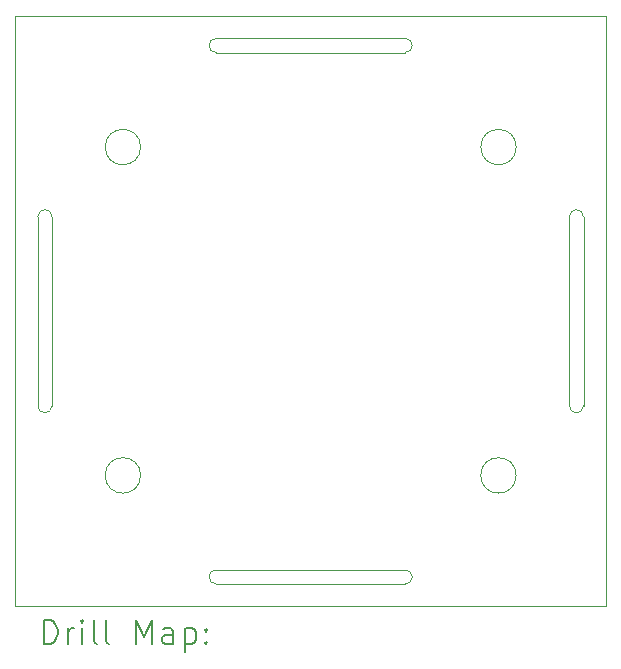
<source format=gbr>
%TF.GenerationSoftware,KiCad,Pcbnew,7.0.2*%
%TF.CreationDate,2023-07-30T22:18:23-04:00*%
%TF.ProjectId,TopExternalFaceRev1,546f7045-7874-4657-926e-616c46616365,rev?*%
%TF.SameCoordinates,Original*%
%TF.FileFunction,Drillmap*%
%TF.FilePolarity,Positive*%
%FSLAX45Y45*%
G04 Gerber Fmt 4.5, Leading zero omitted, Abs format (unit mm)*
G04 Created by KiCad (PCBNEW 7.0.2) date 2023-07-30 22:18:23*
%MOMM*%
%LPD*%
G01*
G04 APERTURE LIST*
%ADD10C,0.050000*%
%ADD11C,0.100000*%
%ADD12C,0.200000*%
G04 APERTURE END LIST*
D10*
X11060000Y-13890000D02*
G75*
G03*
X11060000Y-13890000I-150000J0D01*
G01*
D11*
X14690000Y-11700000D02*
X14690000Y-12500000D01*
X10310000Y-11700000D02*
G75*
G03*
X10190000Y-11700000I-60000J0D01*
G01*
X12500000Y-10310000D02*
X13300000Y-10310000D01*
X12500000Y-14690000D02*
X11700000Y-14690000D01*
X11700000Y-10190000D02*
G75*
G03*
X11700000Y-10310000I0J-60000D01*
G01*
X14810000Y-11700000D02*
G75*
G03*
X14690000Y-11700000I-60000J0D01*
G01*
X11700000Y-10310000D02*
X12500000Y-10310000D01*
X12500000Y-14810000D02*
X13300000Y-14810000D01*
X11700000Y-14810000D02*
X12500000Y-14810000D01*
X10190000Y-12500000D02*
X10190000Y-13300000D01*
X14690000Y-12500000D02*
X14690000Y-13300000D01*
X11700000Y-14690000D02*
G75*
G03*
X11700000Y-14810000I0J-60000D01*
G01*
X13300000Y-14810000D02*
G75*
G03*
X13300000Y-14690000I0J60000D01*
G01*
X10310000Y-13300000D02*
X10310000Y-12500000D01*
D10*
X14240000Y-13890000D02*
G75*
G03*
X14240000Y-13890000I-150000J0D01*
G01*
D11*
X15000000Y-15000000D02*
X10000000Y-15000000D01*
X14810000Y-12500000D02*
X14810000Y-11700000D01*
X10190000Y-13300000D02*
G75*
G03*
X10310000Y-13300000I60000J0D01*
G01*
X15000000Y-10000000D02*
X15000000Y-15000000D01*
D10*
X11060000Y-11110000D02*
G75*
G03*
X11060000Y-11110000I-150000J0D01*
G01*
D11*
X13300000Y-10310000D02*
G75*
G03*
X13300000Y-10190000I0J60000D01*
G01*
X10000000Y-15000000D02*
X10000000Y-10000000D01*
X10190000Y-11700000D02*
X10190000Y-12500000D01*
D10*
X14240000Y-11110000D02*
G75*
G03*
X14240000Y-11110000I-150000J0D01*
G01*
D11*
X10310000Y-12500000D02*
X10310000Y-11700000D01*
X13300000Y-14690000D02*
X12500000Y-14690000D01*
X10000000Y-10000000D02*
X15000000Y-10000000D01*
X14810000Y-13300000D02*
X14810000Y-12500000D01*
X12500000Y-10190000D02*
X11700000Y-10190000D01*
X13300000Y-10190000D02*
X12500000Y-10190000D01*
X14690000Y-13300000D02*
G75*
G03*
X14810000Y-13300000I60000J0D01*
G01*
D12*
X10242619Y-15317524D02*
X10242619Y-15117524D01*
X10242619Y-15117524D02*
X10290238Y-15117524D01*
X10290238Y-15117524D02*
X10318810Y-15127048D01*
X10318810Y-15127048D02*
X10337857Y-15146095D01*
X10337857Y-15146095D02*
X10347381Y-15165143D01*
X10347381Y-15165143D02*
X10356905Y-15203238D01*
X10356905Y-15203238D02*
X10356905Y-15231809D01*
X10356905Y-15231809D02*
X10347381Y-15269905D01*
X10347381Y-15269905D02*
X10337857Y-15288952D01*
X10337857Y-15288952D02*
X10318810Y-15308000D01*
X10318810Y-15308000D02*
X10290238Y-15317524D01*
X10290238Y-15317524D02*
X10242619Y-15317524D01*
X10442619Y-15317524D02*
X10442619Y-15184190D01*
X10442619Y-15222286D02*
X10452143Y-15203238D01*
X10452143Y-15203238D02*
X10461667Y-15193714D01*
X10461667Y-15193714D02*
X10480714Y-15184190D01*
X10480714Y-15184190D02*
X10499762Y-15184190D01*
X10566429Y-15317524D02*
X10566429Y-15184190D01*
X10566429Y-15117524D02*
X10556905Y-15127048D01*
X10556905Y-15127048D02*
X10566429Y-15136571D01*
X10566429Y-15136571D02*
X10575952Y-15127048D01*
X10575952Y-15127048D02*
X10566429Y-15117524D01*
X10566429Y-15117524D02*
X10566429Y-15136571D01*
X10690238Y-15317524D02*
X10671190Y-15308000D01*
X10671190Y-15308000D02*
X10661667Y-15288952D01*
X10661667Y-15288952D02*
X10661667Y-15117524D01*
X10795000Y-15317524D02*
X10775952Y-15308000D01*
X10775952Y-15308000D02*
X10766429Y-15288952D01*
X10766429Y-15288952D02*
X10766429Y-15117524D01*
X11023571Y-15317524D02*
X11023571Y-15117524D01*
X11023571Y-15117524D02*
X11090238Y-15260381D01*
X11090238Y-15260381D02*
X11156905Y-15117524D01*
X11156905Y-15117524D02*
X11156905Y-15317524D01*
X11337857Y-15317524D02*
X11337857Y-15212762D01*
X11337857Y-15212762D02*
X11328333Y-15193714D01*
X11328333Y-15193714D02*
X11309286Y-15184190D01*
X11309286Y-15184190D02*
X11271190Y-15184190D01*
X11271190Y-15184190D02*
X11252143Y-15193714D01*
X11337857Y-15308000D02*
X11318809Y-15317524D01*
X11318809Y-15317524D02*
X11271190Y-15317524D01*
X11271190Y-15317524D02*
X11252143Y-15308000D01*
X11252143Y-15308000D02*
X11242619Y-15288952D01*
X11242619Y-15288952D02*
X11242619Y-15269905D01*
X11242619Y-15269905D02*
X11252143Y-15250857D01*
X11252143Y-15250857D02*
X11271190Y-15241333D01*
X11271190Y-15241333D02*
X11318809Y-15241333D01*
X11318809Y-15241333D02*
X11337857Y-15231809D01*
X11433095Y-15184190D02*
X11433095Y-15384190D01*
X11433095Y-15193714D02*
X11452143Y-15184190D01*
X11452143Y-15184190D02*
X11490238Y-15184190D01*
X11490238Y-15184190D02*
X11509286Y-15193714D01*
X11509286Y-15193714D02*
X11518809Y-15203238D01*
X11518809Y-15203238D02*
X11528333Y-15222286D01*
X11528333Y-15222286D02*
X11528333Y-15279428D01*
X11528333Y-15279428D02*
X11518809Y-15298476D01*
X11518809Y-15298476D02*
X11509286Y-15308000D01*
X11509286Y-15308000D02*
X11490238Y-15317524D01*
X11490238Y-15317524D02*
X11452143Y-15317524D01*
X11452143Y-15317524D02*
X11433095Y-15308000D01*
X11614048Y-15298476D02*
X11623571Y-15308000D01*
X11623571Y-15308000D02*
X11614048Y-15317524D01*
X11614048Y-15317524D02*
X11604524Y-15308000D01*
X11604524Y-15308000D02*
X11614048Y-15298476D01*
X11614048Y-15298476D02*
X11614048Y-15317524D01*
X11614048Y-15193714D02*
X11623571Y-15203238D01*
X11623571Y-15203238D02*
X11614048Y-15212762D01*
X11614048Y-15212762D02*
X11604524Y-15203238D01*
X11604524Y-15203238D02*
X11614048Y-15193714D01*
X11614048Y-15193714D02*
X11614048Y-15212762D01*
M02*

</source>
